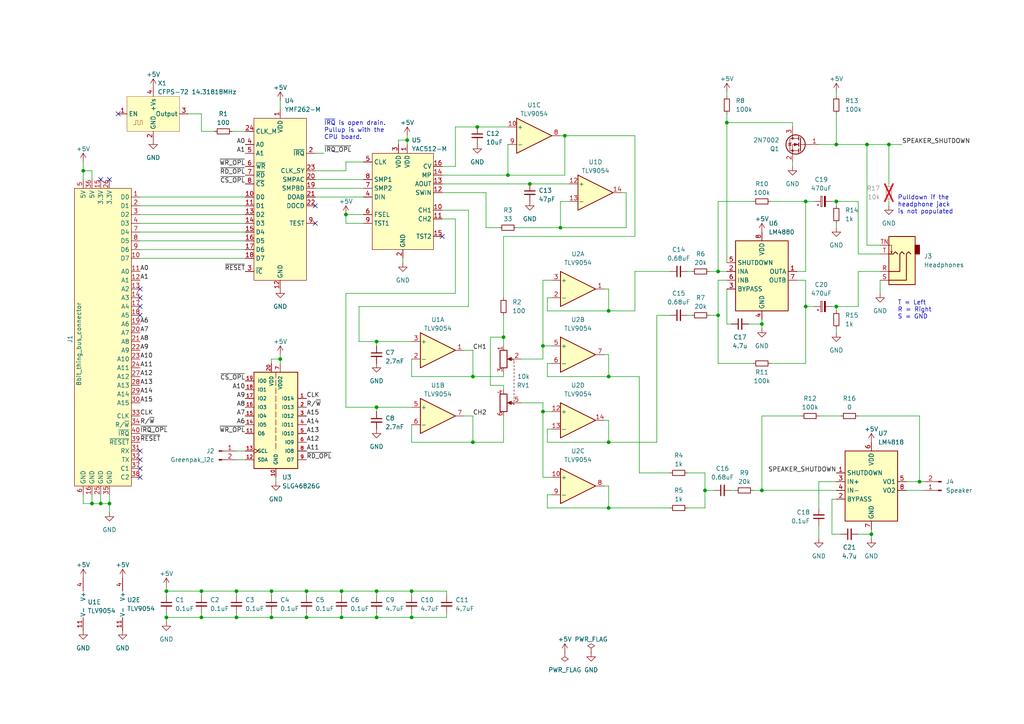
<source format=kicad_sch>
(kicad_sch (version 20230121) (generator eeschema)
  (paper "A4")
  (title_block (title "OPL3 Sound") (date "2023-08-06") (rev "1.0"))
  (junction (at 68.58 171.45))
  (junction (at 137.16 109.22))
  (junction (at 220.98 93.98))
  (junction (at 251.46 41.91))
  (junction (at 119.38 179.07))
  (junction (at 24.13 49.53))
  (junction (at 31.75 146.05))
  (junction (at 147.32 50.8))
  (junction (at 68.58 179.07))
  (junction (at 176.53 128.27))
  (junction (at 176.53 90.17))
  (junction (at 48.26 171.45))
  (junction (at 163.83 39.37))
  (junction (at 48.26 179.07))
  (junction (at 257.81 41.91))
  (junction (at 233.68 58.42))
  (junction (at 210.82 35.56))
  (junction (at 137.16 128.27))
  (junction (at 81.28 104.14))
  (junction (at 109.22 179.07))
  (junction (at 242.57 58.42))
  (junction (at 233.68 88.9))
  (junction (at 109.22 118.11))
  (junction (at 58.42 171.45))
  (junction (at 162.56 66.04))
  (junction (at 78.74 171.45))
  (junction (at 99.06 179.07))
  (junction (at 266.7 139.7))
  (junction (at 204.47 142.24))
  (junction (at 157.48 119.38))
  (junction (at 176.53 147.32))
  (junction (at 109.22 99.06))
  (junction (at 220.98 142.24))
  (junction (at 146.05 97.79))
  (junction (at 88.9 171.45))
  (junction (at 29.21 146.05))
  (junction (at 78.74 179.07))
  (junction (at 208.28 91.44))
  (junction (at 242.57 88.9))
  (junction (at 252.73 154.94))
  (junction (at 208.28 78.74))
  (junction (at 242.57 41.91))
  (junction (at 88.9 179.07))
  (junction (at 138.43 36.83))
  (junction (at 26.67 146.05))
  (junction (at 99.06 171.45))
  (junction (at 176.53 109.22))
  (junction (at 153.67 53.34))
  (junction (at 119.38 171.45))
  (junction (at 100.33 62.23))
  (junction (at 58.42 179.07))
  (junction (at 118.11 40.64))
  (junction (at 157.48 100.33))
  (junction (at 109.22 171.45))
  (no_connect (at 40.64 133.35))
  (no_connect (at 40.64 138.43))
  (no_connect (at 128.27 68.58))
  (no_connect (at 40.64 88.9))
  (no_connect (at 29.21 52.07))
  (no_connect (at 40.64 83.82))
  (no_connect (at 91.44 64.77))
  (no_connect (at 40.64 91.44))
  (no_connect (at 40.64 135.89))
  (no_connect (at 40.64 130.81))
  (no_connect (at 34.29 33.02))
  (no_connect (at 40.64 86.36))
  (no_connect (at 31.75 52.07))
  (no_connect (at 91.44 59.69))
  (wire (pts (xy 242.57 96.52) (xy 242.57 95.25)))
  (wire (pts (xy 208.28 58.42) (xy 218.44 58.42)))
  (wire (pts (xy 176.53 109.22) (xy 185.42 109.22)))
  (wire (pts (xy 255.27 85.09) (xy 255.27 81.28)))
  (wire (pts (xy 109.22 119.38) (xy 109.22 118.11)))
  (wire (pts (xy 162.56 58.42) (xy 165.1 58.42)))
  (wire (pts (xy 58.42 177.8) (xy 58.42 179.07)))
  (wire (pts (xy 199.39 137.16) (xy 204.47 137.16)))
  (wire (pts (xy 241.3 88.9) (xy 242.57 88.9)))
  (wire (pts (xy 242.57 66.04) (xy 242.57 64.77)))
  (wire (pts (xy 158.75 143.51) (xy 158.75 147.32)))
  (wire (pts (xy 176.53 121.92) (xy 176.53 128.27)))
  (wire (pts (xy 185.42 109.22) (xy 185.42 137.16)))
  (wire (pts (xy 160.02 143.51) (xy 158.75 143.51)))
  (wire (pts (xy 31.75 148.59) (xy 31.75 146.05)))
  (wire (pts (xy 138.43 36.83) (xy 147.32 36.83)))
  (wire (pts (xy 134.62 120.65) (xy 137.16 120.65)))
  (wire (pts (xy 248.92 78.74) (xy 255.27 78.74)))
  (wire (pts (xy 40.64 62.23) (xy 71.12 62.23)))
  (wire (pts (xy 242.57 88.9) (xy 248.92 88.9)))
  (wire (pts (xy 251.46 41.91) (xy 251.46 71.12)))
  (wire (pts (xy 40.64 64.77) (xy 71.12 64.77)))
  (wire (pts (xy 151.13 104.14) (xy 157.48 104.14)))
  (wire (pts (xy 210.82 33.02) (xy 210.82 35.56)))
  (wire (pts (xy 160.02 124.46) (xy 158.75 124.46)))
  (wire (pts (xy 48.26 170.18) (xy 48.26 171.45)))
  (wire (pts (xy 158.75 124.46) (xy 158.75 128.27)))
  (wire (pts (xy 208.28 78.74) (xy 210.82 78.74)))
  (wire (pts (xy 266.7 139.7) (xy 267.97 139.7)))
  (wire (pts (xy 104.14 88.9) (xy 104.14 99.06)))
  (wire (pts (xy 237.49 120.65) (xy 243.84 120.65)))
  (wire (pts (xy 233.68 88.9) (xy 236.22 88.9)))
  (wire (pts (xy 158.75 86.36) (xy 160.02 86.36)))
  (wire (pts (xy 157.48 100.33) (xy 160.02 100.33)))
  (wire (pts (xy 91.44 57.15) (xy 105.41 57.15)))
  (wire (pts (xy 176.53 102.87) (xy 175.26 102.87)))
  (wire (pts (xy 146.05 109.22) (xy 137.16 109.22)))
  (wire (pts (xy 252.73 154.94) (xy 252.73 153.67)))
  (wire (pts (xy 100.33 62.23) (xy 105.41 62.23)))
  (wire (pts (xy 132.08 36.83) (xy 138.43 36.83)))
  (wire (pts (xy 48.26 171.45) (xy 58.42 171.45)))
  (wire (pts (xy 208.28 105.41) (xy 218.44 105.41)))
  (wire (pts (xy 210.82 26.67) (xy 210.82 27.94)))
  (wire (pts (xy 184.15 78.74) (xy 194.31 78.74)))
  (wire (pts (xy 251.46 41.91) (xy 257.81 41.91)))
  (wire (pts (xy 248.92 73.66) (xy 255.27 73.66)))
  (wire (pts (xy 181.61 55.88) (xy 180.34 55.88)))
  (wire (pts (xy 135.89 60.96) (xy 135.89 88.9)))
  (wire (pts (xy 26.67 143.51) (xy 26.67 146.05)))
  (wire (pts (xy 118.11 40.64) (xy 118.11 41.91)))
  (wire (pts (xy 48.26 171.45) (xy 48.26 172.72)))
  (wire (pts (xy 81.28 104.14) (xy 81.28 105.41)))
  (wire (pts (xy 248.92 88.9) (xy 248.92 78.74)))
  (wire (pts (xy 241.3 144.78) (xy 242.57 144.78)))
  (wire (pts (xy 242.57 59.69) (xy 242.57 58.42)))
  (wire (pts (xy 137.16 120.65) (xy 137.16 128.27)))
  (wire (pts (xy 91.44 44.45) (xy 93.98 44.45)))
  (wire (pts (xy 99.06 172.72) (xy 99.06 171.45)))
  (wire (pts (xy 137.16 128.27) (xy 146.05 128.27)))
  (wire (pts (xy 68.58 130.81) (xy 71.12 130.81)))
  (wire (pts (xy 26.67 52.07) (xy 26.67 49.53)))
  (wire (pts (xy 163.83 39.37) (xy 162.56 39.37)))
  (wire (pts (xy 58.42 179.07) (xy 68.58 179.07)))
  (wire (pts (xy 160.02 138.43) (xy 157.48 138.43)))
  (wire (pts (xy 68.58 177.8) (xy 68.58 179.07)))
  (wire (pts (xy 176.53 83.82) (xy 175.26 83.82)))
  (wire (pts (xy 257.81 41.91) (xy 261.62 41.91)))
  (wire (pts (xy 147.32 50.8) (xy 163.83 50.8)))
  (wire (pts (xy 158.75 147.32) (xy 176.53 147.32)))
  (wire (pts (xy 204.47 142.24) (xy 207.01 142.24)))
  (wire (pts (xy 128.27 48.26) (xy 132.08 48.26)))
  (wire (pts (xy 78.74 179.07) (xy 88.9 179.07)))
  (wire (pts (xy 119.38 171.45) (xy 119.38 172.72)))
  (wire (pts (xy 78.74 104.14) (xy 78.74 105.41)))
  (wire (pts (xy 157.48 119.38) (xy 160.02 119.38)))
  (wire (pts (xy 242.57 41.91) (xy 237.49 41.91)))
  (wire (pts (xy 99.06 171.45) (xy 109.22 171.45)))
  (wire (pts (xy 67.31 38.1) (xy 71.12 38.1)))
  (wire (pts (xy 40.64 72.39) (xy 71.12 72.39)))
  (wire (pts (xy 115.57 41.91) (xy 115.57 40.64)))
  (wire (pts (xy 81.28 104.14) (xy 78.74 104.14)))
  (wire (pts (xy 185.42 137.16) (xy 194.31 137.16)))
  (wire (pts (xy 132.08 85.09) (xy 100.33 85.09)))
  (wire (pts (xy 181.61 66.04) (xy 162.56 66.04)))
  (wire (pts (xy 109.22 99.06) (xy 119.38 99.06)))
  (wire (pts (xy 252.73 154.94) (xy 248.92 154.94)))
  (wire (pts (xy 229.87 35.56) (xy 229.87 36.83)))
  (wire (pts (xy 40.64 59.69) (xy 71.12 59.69)))
  (wire (pts (xy 146.05 100.33) (xy 146.05 97.79)))
  (wire (pts (xy 157.48 81.28) (xy 157.48 100.33)))
  (wire (pts (xy 184.15 39.37) (xy 184.15 68.58)))
  (wire (pts (xy 119.38 177.8) (xy 119.38 179.07)))
  (wire (pts (xy 99.06 177.8) (xy 99.06 179.07)))
  (wire (pts (xy 242.57 90.17) (xy 242.57 88.9)))
  (wire (pts (xy 223.52 105.41) (xy 233.68 105.41)))
  (wire (pts (xy 137.16 101.6) (xy 137.16 109.22)))
  (wire (pts (xy 241.3 154.94) (xy 241.3 144.78)))
  (wire (pts (xy 116.84 76.2) (xy 116.84 74.93)))
  (wire (pts (xy 176.53 128.27) (xy 190.5 128.27)))
  (wire (pts (xy 88.9 179.07) (xy 88.9 177.8)))
  (wire (pts (xy 24.13 46.99) (xy 24.13 49.53)))
  (wire (pts (xy 100.33 46.99) (xy 105.41 46.99)))
  (wire (pts (xy 129.54 171.45) (xy 129.54 172.72)))
  (wire (pts (xy 109.22 171.45) (xy 119.38 171.45)))
  (wire (pts (xy 176.53 147.32) (xy 194.31 147.32)))
  (wire (pts (xy 212.09 142.24) (xy 213.36 142.24)))
  (wire (pts (xy 257.81 41.91) (xy 257.81 53.34)))
  (wire (pts (xy 210.82 81.28) (xy 208.28 81.28)))
  (wire (pts (xy 220.98 93.98) (xy 220.98 92.71)))
  (wire (pts (xy 220.98 95.25) (xy 220.98 93.98)))
  (wire (pts (xy 81.28 29.21) (xy 81.28 31.75)))
  (wire (pts (xy 129.54 177.8) (xy 129.54 179.07)))
  (wire (pts (xy 104.14 99.06) (xy 109.22 99.06)))
  (wire (pts (xy 40.64 67.31) (xy 71.12 67.31)))
  (wire (pts (xy 146.05 111.76) (xy 146.05 113.03)))
  (wire (pts (xy 26.67 49.53) (xy 24.13 49.53)))
  (wire (pts (xy 134.62 101.6) (xy 137.16 101.6)))
  (wire (pts (xy 132.08 63.5) (xy 132.08 85.09)))
  (wire (pts (xy 128.27 63.5) (xy 132.08 63.5)))
  (wire (pts (xy 142.24 97.79) (xy 142.24 111.76)))
  (wire (pts (xy 40.64 57.15) (xy 71.12 57.15)))
  (wire (pts (xy 119.38 171.45) (xy 129.54 171.45)))
  (wire (pts (xy 199.39 147.32) (xy 204.47 147.32)))
  (wire (pts (xy 208.28 91.44) (xy 208.28 105.41)))
  (wire (pts (xy 147.32 41.91) (xy 147.32 50.8)))
  (wire (pts (xy 157.48 100.33) (xy 157.48 104.14)))
  (wire (pts (xy 100.33 46.99) (xy 100.33 49.53)))
  (wire (pts (xy 140.97 66.04) (xy 140.97 55.88)))
  (wire (pts (xy 223.52 58.42) (xy 233.68 58.42)))
  (wire (pts (xy 100.33 85.09) (xy 100.33 118.11)))
  (wire (pts (xy 184.15 90.17) (xy 184.15 78.74)))
  (wire (pts (xy 31.75 146.05) (xy 29.21 146.05)))
  (wire (pts (xy 115.57 40.64) (xy 118.11 40.64)))
  (wire (pts (xy 163.83 39.37) (xy 184.15 39.37)))
  (wire (pts (xy 233.68 78.74) (xy 231.14 78.74)))
  (wire (pts (xy 266.7 139.7) (xy 262.89 139.7)))
  (wire (pts (xy 158.75 90.17) (xy 176.53 90.17)))
  (wire (pts (xy 158.75 109.22) (xy 176.53 109.22)))
  (wire (pts (xy 26.67 146.05) (xy 24.13 146.05)))
  (wire (pts (xy 146.05 68.58) (xy 146.05 86.36)))
  (wire (pts (xy 88.9 171.45) (xy 88.9 172.72)))
  (wire (pts (xy 153.67 53.34) (xy 165.1 53.34)))
  (wire (pts (xy 220.98 142.24) (xy 220.98 120.65)))
  (wire (pts (xy 100.33 62.23) (xy 100.33 64.77)))
  (wire (pts (xy 40.64 74.93) (xy 71.12 74.93)))
  (wire (pts (xy 24.13 143.51) (xy 24.13 146.05)))
  (wire (pts (xy 181.61 55.88) (xy 181.61 66.04)))
  (wire (pts (xy 119.38 109.22) (xy 137.16 109.22)))
  (wire (pts (xy 210.82 35.56) (xy 229.87 35.56)))
  (wire (pts (xy 243.84 154.94) (xy 241.3 154.94)))
  (wire (pts (xy 220.98 120.65) (xy 232.41 120.65)))
  (wire (pts (xy 176.53 90.17) (xy 184.15 90.17)))
  (wire (pts (xy 242.57 33.02) (xy 242.57 41.91)))
  (wire (pts (xy 140.97 55.88) (xy 128.27 55.88)))
  (wire (pts (xy 233.68 58.42) (xy 233.68 78.74)))
  (wire (pts (xy 266.7 120.65) (xy 266.7 139.7)))
  (wire (pts (xy 205.74 78.74) (xy 208.28 78.74)))
  (wire (pts (xy 68.58 179.07) (xy 78.74 179.07)))
  (wire (pts (xy 78.74 171.45) (xy 88.9 171.45)))
  (wire (pts (xy 78.74 177.8) (xy 78.74 179.07)))
  (wire (pts (xy 146.05 109.22) (xy 146.05 107.95)))
  (wire (pts (xy 158.75 86.36) (xy 158.75 90.17)))
  (wire (pts (xy 118.11 39.37) (xy 118.11 40.64)))
  (wire (pts (xy 135.89 60.96) (xy 128.27 60.96)))
  (wire (pts (xy 29.21 146.05) (xy 26.67 146.05)))
  (wire (pts (xy 176.53 109.22) (xy 176.53 102.87)))
  (wire (pts (xy 40.64 69.85) (xy 71.12 69.85)))
  (wire (pts (xy 242.57 41.91) (xy 251.46 41.91)))
  (wire (pts (xy 248.92 120.65) (xy 266.7 120.65)))
  (wire (pts (xy 257.81 58.42) (xy 257.81 59.69)))
  (wire (pts (xy 248.92 58.42) (xy 248.92 73.66)))
  (wire (pts (xy 142.24 111.76) (xy 146.05 111.76)))
  (wire (pts (xy 242.57 139.7) (xy 237.49 139.7)))
  (wire (pts (xy 190.5 128.27) (xy 190.5 91.44)))
  (wire (pts (xy 241.3 58.42) (xy 242.57 58.42)))
  (wire (pts (xy 199.39 78.74) (xy 200.66 78.74)))
  (wire (pts (xy 99.06 179.07) (xy 109.22 179.07)))
  (wire (pts (xy 58.42 171.45) (xy 68.58 171.45)))
  (wire (pts (xy 146.05 91.44) (xy 146.05 97.79)))
  (wire (pts (xy 109.22 179.07) (xy 119.38 179.07)))
  (wire (pts (xy 252.73 156.21) (xy 252.73 154.94)))
  (wire (pts (xy 218.44 142.24) (xy 220.98 142.24)))
  (wire (pts (xy 128.27 53.34) (xy 153.67 53.34)))
  (wire (pts (xy 163.83 50.8) (xy 163.83 39.37)))
  (wire (pts (xy 29.21 143.51) (xy 29.21 146.05)))
  (wire (pts (xy 162.56 66.04) (xy 162.56 58.42)))
  (wire (pts (xy 140.97 66.04) (xy 144.78 66.04)))
  (wire (pts (xy 212.09 93.98) (xy 210.82 93.98)))
  (wire (pts (xy 68.58 172.72) (xy 68.58 171.45)))
  (wire (pts (xy 146.05 128.27) (xy 146.05 120.65)))
  (wire (pts (xy 100.33 118.11) (xy 109.22 118.11)))
  (wire (pts (xy 119.38 104.14) (xy 119.38 109.22)))
  (wire (pts (xy 119.38 128.27) (xy 137.16 128.27)))
  (wire (pts (xy 251.46 71.12) (xy 255.27 71.12)))
  (wire (pts (xy 176.53 140.97) (xy 175.26 140.97)))
  (wire (pts (xy 233.68 105.41) (xy 233.68 88.9)))
  (wire (pts (xy 88.9 171.45) (xy 99.06 171.45)))
  (wire (pts (xy 220.98 142.24) (xy 242.57 142.24)))
  (wire (pts (xy 31.75 143.51) (xy 31.75 146.05)))
  (wire (pts (xy 91.44 52.07) (xy 105.41 52.07)))
  (wire (pts (xy 237.49 156.21) (xy 237.49 152.4)))
  (wire (pts (xy 204.47 142.24) (xy 204.47 147.32)))
  (wire (pts (xy 80.01 139.7) (xy 80.01 138.43)))
  (wire (pts (xy 184.15 68.58) (xy 146.05 68.58)))
  (wire (pts (xy 262.89 142.24) (xy 267.97 142.24)))
  (wire (pts (xy 151.13 116.84) (xy 157.48 116.84)))
  (wire (pts (xy 48.26 179.07) (xy 48.26 180.34)))
  (wire (pts (xy 109.22 118.11) (xy 119.38 118.11)))
  (wire (pts (xy 24.13 49.53) (xy 24.13 52.07)))
  (wire (pts (xy 158.75 128.27) (xy 176.53 128.27)))
  (wire (pts (xy 199.39 91.44) (xy 200.66 91.44)))
  (wire (pts (xy 149.86 66.04) (xy 162.56 66.04)))
  (wire (pts (xy 91.44 49.53) (xy 100.33 49.53)))
  (wire (pts (xy 210.82 93.98) (xy 210.82 83.82)))
  (wire (pts (xy 68.58 171.45) (xy 78.74 171.45)))
  (wire (pts (xy 204.47 137.16) (xy 204.47 142.24)))
  (wire (pts (xy 158.75 105.41) (xy 160.02 105.41)))
  (wire (pts (xy 208.28 58.42) (xy 208.28 78.74)))
  (wire (pts (xy 190.5 91.44) (xy 194.31 91.44)))
  (wire (pts (xy 62.23 38.1) (xy 58.42 38.1)))
  (wire (pts (xy 176.53 90.17) (xy 176.53 83.82)))
  (wire (pts (xy 58.42 33.02) (xy 54.61 33.02)))
  (wire (pts (xy 157.48 116.84) (xy 157.48 119.38)))
  (wire (pts (xy 229.87 46.99) (xy 229.87 48.26)))
  (wire (pts (xy 233.68 88.9) (xy 233.68 81.28)))
  (wire (pts (xy 109.22 172.72) (xy 109.22 171.45)))
  (wire (pts (xy 160.02 81.28) (xy 157.48 81.28)))
  (wire (pts (xy 157.48 138.43) (xy 157.48 119.38)))
  (wire (pts (xy 48.26 179.07) (xy 58.42 179.07)))
  (wire (pts (xy 237.49 139.7) (xy 237.49 147.32)))
  (wire (pts (xy 158.75 105.41) (xy 158.75 109.22)))
  (wire (pts (xy 135.89 88.9) (xy 104.14 88.9)))
  (wire (pts (xy 210.82 35.56) (xy 210.82 76.2)))
  (wire (pts (xy 48.26 179.07) (xy 48.26 177.8)))
  (wire (pts (xy 105.41 64.77) (xy 100.33 64.77)))
  (wire (pts (xy 119.38 123.19) (xy 119.38 128.27)))
  (wire (pts (xy 91.44 54.61) (xy 105.41 54.61)))
  (wire (pts (xy 233.68 58.42) (xy 236.22 58.42)))
  (wire (pts (xy 109.22 100.33) (xy 109.22 99.06)))
  (wire (pts (xy 128.27 50.8) (xy 147.32 50.8)))
  (wire (pts (xy 208.28 91.44) (xy 205.74 91.44)))
  (wire (pts (xy 176.53 121.92) (xy 175.26 121.92)))
  (wire (pts (xy 208.28 81.28) (xy 208.28 91.44)))
  (wire (pts (xy 242.57 58.42) (xy 248.92 58.42)))
  (wire (pts (xy 233.68 81.28) (xy 231.14 81.28)))
  (wire (pts (xy 78.74 172.72) (xy 78.74 171.45)))
  (wire (pts (xy 88.9 179.07) (xy 99.06 179.07)))
  (wire (pts (xy 81.28 102.87) (xy 81.28 104.14)))
  (wire (pts (xy 109.22 177.8) (xy 109.22 179.07)))
  (wire (pts (xy 176.53 147.32) (xy 176.53 140.97)))
  (wire (pts (xy 132.08 48.26) (xy 132.08 36.83)))
  (wire (pts (xy 142.24 97.79) (xy 146.05 97.79)))
  (wire (pts (xy 58.42 172.72) (xy 58.42 171.45)))
  (wire (pts (xy 242.57 26.67) (xy 242.57 27.94)))
  (wire (pts (xy 220.98 93.98) (xy 217.17 93.98)))
  (wire (pts (xy 58.42 38.1) (xy 58.42 33.02)))
  (wire (pts (xy 119.38 179.07) (xy 129.54 179.07)))
  (wire (pts (xy 68.58 133.35) (xy 71.12 133.35)))
  (text "Pulldown if the\nheadphone jack\nis not populated" (at 260.35 62.23 0) (effects (font (size 1.27 1.27)) (justify left bottom)))
  (text "~{IRQ} is open drain.\nPullup is with the\nCPU board." (at 93.98 40.64 0) (effects (font (size 1.27 1.27)) (justify left bottom)))
  (text "T = Left\nR = Right\nS = GND" (at 260.35 92.71 0) (effects (font (size 1.27 1.27)) (justify left bottom)))
  (label "A8" (at 71.12 118.11 180))
  (label "A7" (at 40.64 96.52 0))
  (label "~{IRQ_OPL}" (at 40.64 125.73 0))
  (label "A8" (at 40.64 99.06 0))
  (label "~{WR_OPL}" (at 71.12 125.73 180))
  (label "~{RD_OPL}" (at 71.12 50.8 180))
  (label "A11" (at 88.9 130.81 0))
  (label "~{RD_OPL}" (at 88.9 133.35 0))
  (label "A0" (at 40.64 78.74 0))
  (label "CLK" (at 40.64 120.65 0))
  (label "SPEAKER_SHUTDOWN" (at 242.57 137.16 180))
  (label "R{slash}~{W}" (at 40.64 123.19 0))
  (label "A9" (at 71.12 115.57 180))
  (label "A13" (at 88.9 125.73 0))
  (label "~{WR_OPL}" (at 71.12 48.26 180))
  (label "A6" (at 71.12 123.19 180))
  (label "A1" (at 71.12 44.45 180))
  (label "A7" (at 71.12 120.65 180))
  (label "A1" (at 40.64 81.28 0))
  (label "A10" (at 40.64 104.14 0))
  (label "A14" (at 88.9 123.19 0))
  (label "A9" (at 40.64 101.6 0))
  (label "A10" (at 71.12 113.03 180))
  (label "~{CS_OPL}" (at 71.12 53.34 180))
  (label "CLK" (at 88.9 115.57 0))
  (label "~{IRQ_OPL}" (at 93.98 44.45 0))
  (label "A0" (at 71.12 41.91 180))
  (label "SPEAKER_SHUTDOWN" (at 261.62 41.91 0))
  (label "A12" (at 40.64 109.22 0))
  (label "~{RESET}" (at 40.64 128.27 0))
  (label "~{RESET}" (at 71.12 78.74 180))
  (label "A14" (at 40.64 114.3 0))
  (label "A15" (at 88.9 120.65 0))
  (label "~{CS_OPL}" (at 71.12 110.49 180))
  (label "A15" (at 40.64 116.84 0))
  (label "A6" (at 40.64 93.98 0))
  (label "CH2" (at 137.16 120.65 0))
  (label "CH1" (at 137.16 101.6 0))
  (label "A13" (at 40.64 111.76 0))
  (label "R{slash}~{W}" (at 88.9 118.11 0))
  (label "A12" (at 88.9 128.27 0))
  (label "A11" (at 40.64 106.68 0))
  (symbol (lib_id "power:+5V") (at 44.45 25.4 0) (unit 1)
    (property "Reference" "#PWR07" (effects hide))
    (property "Value" "+5V" (at 44.45 21.59 0))
  )
  (symbol (lib_id "power:PWR_FLAG") (at 163.83 189.23 0) (mirror x) (unit 1)
    (property "Reference" "#FLG01" (effects hide))
    (property "Value" "PWR_FLAG" (at 163.83 194.31 0))
  )
  (symbol (lib_id "power:GND") (at 229.87 48.26 0) (unit 1)
    (property "Reference" "#PWR027" (effects hide))
    (property "Value" "GND" (at 229.87 53.34 0))
  )
  (symbol (lib_id "power:+5V") (at 24.13 46.99 0) (mirror y) (unit 1)
    (property "Reference" "#PWR01" (effects hide))
    (property "Value" "+5V" (at 24.13 43.18 0))
  )
  (symbol (lib_id "power:GND") (at 109.22 105.41 0) (unit 1)
    (property "Reference" "#PWR016" (effects hide))
    (property "Value" "GND" (at 109.22 110.49 0))
  )
  (symbol (lib_id "Connector:Conn_01x02_Pin") (at 63.5 130.81 0) (unit 1)
    (property "Reference" "J2" (at 62.23 130.81 0) (effects (justify right)))
    (property "Value" "Greenpak_i2c" (at 62.23 133.35 0) (effects (justify right)))
    (property "Footprint" "own_footprints:PinHeader_1x02_P2.54mm_Vertical_minimal" (effects hide))
  )
  (symbol (lib_id "power:+5V") (at 48.26 170.18 0) (unit 1)
    (property "Reference" "#PWR09" (effects hide))
    (property "Value" "+5V" (at 48.26 166.37 0))
  )
  (symbol (lib_id "Amplifier_Operational:TL074") (at 26.67 175.26 0) (unit 5)
    (property "Reference" "U1" (at 25.4 174.625 0) (effects (justify left)))
    (property "Value" "TLV9054" (at 25.4 177.165 0) (effects (justify left)))
    (property "Footprint" "Package_SO:SOIC-14_3.9x8.7mm_P1.27mm" (effects hide))
  )
  (symbol (lib_id "power:GND") (at 257.81 59.69 0) (unit 1)
    (property "Reference" "#PWR035" (effects hide))
    (property "Value" "GND" (at 257.81 64.77 0))
  )
  (symbol (lib_id "Amplifier_Operational:TL074") (at 167.64 102.87 0) (unit 2)
    (property "Reference" "U2" (at 167.64 92.71 0))
    (property "Value" "TLV9054" (at 167.64 95.25 0))
    (property "Footprint" "Package_SO:SOIC-14_3.9x8.7mm_P1.27mm" (effects hide))
  )
  (symbol (lib_id "Amplifier_Operational:TL074") (at 154.94 39.37 0) (unit 3)
    (property "Reference" "U1" (at 154.94 30.48 0))
    (property "Value" "TLV9054" (at 154.94 33.02 0))
    (property "Footprint" "Package_SO:SOIC-14_3.9x8.7mm_P1.27mm" (effects hide))
  )
  (symbol (lib_id "Device:C_Small") (at 109.22 102.87 0) (unit 1)
    (property "Reference" "C7" (at 111.76 102.2413 0) (effects (justify left)))
    (property "Value" "2.7nF" (at 111.76 104.7813 0) (effects (justify left)))
    (property "Footprint" "Capacitor_SMD:C_0805_2012Metric_Pad1.18x1.45mm_HandSolder" (effects hide))
  )
  (symbol (lib_id "Amplifier_Operational:TL074") (at 167.64 140.97 0) (unit 3)
    (property "Reference" "U2" (at 167.64 130.81 0))
    (property "Value" "TLV9054" (at 167.64 133.35 0))
    (property "Footprint" "Package_SO:SOIC-14_3.9x8.7mm_P1.27mm" (effects hide))
  )
  (symbol (lib_id "Device:C_Polarized_Small") (at 238.76 58.42 90) (unit 1)
    (property "Reference" "C19" (at 238.2139 52.07 90))
    (property "Value" "470uF" (at 238.2139 54.61 90))
    (property "Footprint" "Capacitor_THT:CP_Radial_D8.0mm_P3.50mm" (effects hide))
  )
  (symbol (lib_id "power:+5V") (at 163.83 189.23 0) (mirror y) (unit 1)
    (property "Reference" "#PWR022" (effects hide))
    (property "Value" "+5V" (at 163.83 185.42 0))
  )
  (symbol (lib_id "Amplifier_Operational:TL074") (at 167.64 121.92 0) (unit 4)
    (property "Reference" "U2" (at 167.64 111.76 0))
    (property "Value" "TLV9054" (at 167.64 114.3 0))
    (property "Footprint" "Package_SO:SOIC-14_3.9x8.7mm_P1.27mm" (effects hide))
  )
  (symbol (lib_id "power:+5V") (at 210.82 26.67 0) (unit 1)
    (property "Reference" "#PWR024" (effects hide))
    (property "Value" "+5V" (at 210.82 22.86 0))
  )
  (symbol (lib_id "power:GND") (at 24.13 182.88 0) (unit 1)
    (property "Reference" "#PWR03" (effects hide))
    (property "Value" "GND" (at 24.13 187.96 0))
  )
  (symbol (lib_id "Device:C_Small") (at 99.06 175.26 0) (unit 1)
    (property "Reference" "C6" (at 101.6 173.9963 0) (effects (justify left)))
    (property "Value" "0.1uF" (at 101.6 176.5363 0) (effects (justify left)))
    (property "Footprint" "Capacitor_SMD:C_0805_2012Metric_Pad1.18x1.45mm_HandSolder" (effects hide))
  )
  (symbol (lib_id "Device:R_Small") (at 257.81 55.88 0) (unit 1) (in_bom no) (dnp yes)
    (property "Reference" "R17" (at 255.27 54.61 0) (effects (justify right)))
    (property "Value" "10k" (at 255.27 57.15 0) (effects (justify right)))
    (property "Footprint" "Resistor_SMD:R_0805_2012Metric_Pad1.20x1.40mm_HandSolder" (effects hide))
  )
  (symbol (lib_id "Device:C_Small") (at 214.63 93.98 90) (unit 1)
    (property "Reference" "C17" (at 214.63 97.79 90))
    (property "Value" "4.7u" (at 214.63 100.33 90))
    (property "Footprint" "Capacitor_SMD:C_0805_2012Metric_Pad1.18x1.45mm_HandSolder" (effects hide))
  )
  (symbol (lib_id "Device:R_Small") (at 242.57 92.71 180) (unit 1)
    (property "Reference" "R15" (at 245.11 91.44 0) (effects (justify right)))
    (property "Value" "1k" (at 245.11 93.98 0) (effects (justify right)))
    (property "Footprint" "Resistor_SMD:R_0805_2012Metric_Pad1.20x1.40mm_HandSolder" (effects hide))
  )
  (symbol (lib_id "Device:C_Small") (at 109.22 121.92 0) (unit 1)
    (property "Reference" "C8" (at 111.76 121.2913 0) (effects (justify left)))
    (property "Value" "2.7nF" (at 111.76 123.8313 0) (effects (justify left)))
    (property "Footprint" "Capacitor_SMD:C_0805_2012Metric_Pad1.18x1.45mm_HandSolder" (effects hide))
  )
  (symbol (lib_id "Device:R_Small") (at 196.85 137.16 90) (unit 1)
    (property "Reference" "R4" (at 196.85 132.08 90))
    (property "Value" "1k" (at 196.85 134.62 90))
    (property "Footprint" "Resistor_SMD:R_0805_2012Metric_Pad1.20x1.40mm_HandSolder" (effects hide))
  )
  (symbol (lib_id "Device:C_Small") (at 246.38 154.94 90) (unit 1)
    (property "Reference" "C21" (at 246.38 158.75 90))
    (property "Value" "4.7u" (at 246.38 161.29 90))
    (property "Footprint" "Capacitor_SMD:C_0805_2012Metric_Pad1.18x1.45mm_HandSolder" (effects hide))
  )
  (symbol (lib_id "power:GND") (at 171.45 189.23 0) (unit 1)
    (property "Reference" "#PWR023" (effects hide))
    (property "Value" "GND" (at 171.45 194.31 0))
  )
  (symbol (lib_id "Device:R_Small") (at 242.57 30.48 180) (unit 1)
    (property "Reference" "R13" (at 245.11 29.21 0) (effects (justify right)))
    (property "Value" "100k" (at 245.11 31.75 0) (effects (justify right)))
    (property "Footprint" "Resistor_SMD:R_0805_2012Metric_Pad1.20x1.40mm_HandSolder" (effects hide))
  )
  (symbol (lib_id "power:GND") (at 116.84 76.2 0) (unit 1)
    (property "Reference" "#PWR018" (effects hide))
    (property "Value" "GND" (at 116.84 81.28 0))
  )
  (symbol (lib_id "power:GND") (at 48.26 180.34 0) (unit 1)
    (property "Reference" "#PWR010" (effects hide))
    (property "Value" "GND" (at 48.26 185.42 0))
  )
  (symbol (lib_id "Device:C_Small") (at 209.55 142.24 90) (unit 1)
    (property "Reference" "C16" (at 209.5563 135.89 90))
    (property "Value" "0.68uF" (at 209.5563 138.43 90))
    (property "Footprint" "Capacitor_THT:C_Rect_L7.2mm_W4.5mm_P5.00mm_FKS2_FKP2_MKS2_MKP2" (effects hide))
  )
  (symbol (lib_id "power:+5V") (at 118.11 39.37 0) (unit 1)
    (property "Reference" "#PWR019" (effects hide))
    (property "Value" "+5V" (at 118.11 35.56 0))
  )
  (symbol (lib_id "Device:R_Small") (at 234.95 120.65 270) (unit 1)
    (property "Reference" "R12" (at 234.95 115.57 90))
    (property "Value" "100k" (at 234.95 118.11 90))
    (property "Footprint" "Resistor_SMD:R_0805_2012Metric_Pad1.20x1.40mm_HandSolder" (effects hide))
  )
  (symbol (lib_id "Amplifier_Operational:TL074") (at 167.64 83.82 0) (unit 1)
    (property "Reference" "U2" (at 167.64 73.66 0))
    (property "Value" "TLV9054" (at 167.64 76.2 0))
    (property "Footprint" "Package_SO:SOIC-14_3.9x8.7mm_P1.27mm" (effects hide))
  )
  (symbol (lib_id "Device:R_Small") (at 203.2 91.44 90) (unit 1)
    (property "Reference" "R7" (at 203.2 86.36 90))
    (property "Value" "20k" (at 203.2 88.9 90))
    (property "Footprint" "Resistor_SMD:R_0805_2012Metric_Pad1.20x1.40mm_HandSolder" (effects hide))
  )
  (symbol (lib_id "Transistor_FET:2N7002") (at 232.41 41.91 0) (mirror y) (unit 1)
    (property "Reference" "Q1" (at 226.06 43.18 0) (effects (justify left)))
    (property "Value" "2N7002" (at 226.06 40.64 0) (effects (justify left)))
    (property "Footprint" "Package_TO_SOT_SMD:SOT-23_Handsoldering" (effects hide))
    (property "Datasheet" "https://www.onsemi.com/pub/Collateral/NDS7002A-D.PDF" (effects hide))
  )
  (symbol (lib_id "power:GND") (at 31.75 148.59 0) (mirror y) (unit 1)
    (property "Reference" "#PWR04" (effects hide))
    (property "Value" "GND" (at 31.75 153.67 0))
  )
  (symbol (lib_id "Device:R_Potentiometer_Dual") (at 148.59 110.49 270) (unit 1)
    (property "Reference" "RV1" (at 153.67 111.76 90) (effects (justify right)))
    (property "Value" "10k" (at 153.67 109.22 90) (effects (justify right)))
    (property "Footprint" "imported_footprints:PTD9022015KA104" (effects hide))
  )
  (symbol (lib_id "Device:C_Polarized_Small") (at 238.76 88.9 90) (unit 1)
    (property "Reference" "C20" (at 238.2139 82.55 90))
    (property "Value" "470uF" (at 238.2139 85.09 90))
    (property "Footprint" "Capacitor_THT:CP_Radial_D8.0mm_P3.50mm" (effects hide))
  )
  (symbol (lib_id "power:+5V") (at 81.28 102.87 0) (mirror y) (unit 1)
    (property "Reference" "#PWR014" (effects hide))
    (property "Value" "+5V" (at 81.28 99.06 0))
  )
  (symbol (lib_id "Device:C_Small") (at 109.22 175.26 0) (unit 1)
    (property "Reference" "C9" (at 111.76 173.9963 0) (effects (justify left)))
    (property "Value" "4.7uF" (at 111.76 176.5363 0) (effects (justify left)))
    (property "Footprint" "Capacitor_SMD:C_0805_2012Metric_Pad1.18x1.45mm_HandSolder" (effects hide))
  )
  (symbol (lib_id "Amplifier_Operational:TL074") (at 127 120.65 0) (unit 2)
    (property "Reference" "U1" (at 127 111.76 0))
    (property "Value" "TLV9054" (at 127 114.3 0))
    (property "Footprint" "Package_SO:SOIC-14_3.9x8.7mm_P1.27mm" (effects hide))
  )
  (symbol (lib_id "Amplifier_Operational:TL074") (at 127 101.6 0) (unit 1)
    (property "Reference" "U1" (at 127 92.71 0))
    (property "Value" "TLV9054" (at 127 95.25 0))
    (property "Footprint" "Package_SO:SOIC-14_3.9x8.7mm_P1.27mm" (effects hide))
  )
  (symbol (lib_id "power:GND") (at 138.43 41.91 0) (unit 1)
    (property "Reference" "#PWR020" (effects hide))
    (property "Value" "GND" (at 138.43 46.99 0))
  )
  (symbol (lib_id "Device:C_Small") (at 196.85 91.44 90) (unit 1)
    (property "Reference" "C15" (at 196.8563 85.09 90))
    (property "Value" "0.68uF" (at 196.8563 87.63 90))
    (property "Footprint" "Capacitor_THT:C_Rect_L7.2mm_W4.5mm_P5.00mm_FKS2_FKP2_MKS2_MKP2" (effects hide))
  )
  (symbol (lib_id "Device:R_Small") (at 220.98 58.42 90) (unit 1)
    (property "Reference" "R10" (at 220.98 53.34 90))
    (property "Value" "100k" (at 220.98 55.88 90))
    (property "Footprint" "Resistor_SMD:R_0805_2012Metric_Pad1.20x1.40mm_HandSolder" (effects hide))
  )
  (symbol (lib_id "imported_symbols:SLG46826G") (at 80.01 121.92 0) (unit 1)
    (property "Reference" "U3" (at 81.8389 138.43 0) (effects (justify left)))
    (property "Value" "SLG46826G" (at 81.8389 140.97 0) (effects (justify left)))
    (property "Footprint" "imported_footprints:SOP65P640X120-20N" (effects hide))
    (property "MANUFACTURER" "Dialog Semiconductor" (effects hide))
    (property "PARTREV" "3.10" (effects hide))
    (property "STANDARD" "IPC 7351B" (effects hide))
    (property "MAXIMUM_PACKAGE_HEIGHT" "1.2 mm" (effects hide))
  )
  (symbol (lib_id "own_symbols:YMF262-M") (at 81.28 54.61 0) (unit 1)
    (property "Reference" "U4" (at 82.55 29.21 0) (effects (justify left)))
    (property "Value" "YMF262-M" (at 82.55 31.75 0) (effects (justify left)))
    (property "Footprint" "own_footprints:SOP-24_8.4x15.5mm_P1.27mm" (effects hide))
  )
  (symbol (lib_id "power:GND") (at 109.22 124.46 0) (unit 1)
    (property "Reference" "#PWR017" (effects hide))
    (property "Value" "GND" (at 109.22 129.54 0))
  )
  (symbol (lib_id "power:GND") (at 80.01 139.7 0) (unit 1)
    (property "Reference" "#PWR011" (effects hide))
    (property "Value" "GND" (at 80.01 144.78 0))
  )
  (symbol (lib_id "power:GND") (at 153.67 58.42 0) (unit 1)
    (property "Reference" "#PWR021" (effects hide))
    (property "Value" "GND" (at 153.67 63.5 0))
  )
  (symbol (lib_id "power:GND") (at 255.27 85.09 0) (unit 1)
    (property "Reference" "#PWR034" (effects hide))
    (property "Value" "GND" (at 255.27 90.17 0))
  )
  (symbol (lib_id "power:+5V") (at 35.56 167.64 0) (unit 1)
    (property "Reference" "#PWR05" (effects hide))
    (property "Value" "+5V" (at 35.56 163.83 0))
  )
  (symbol (lib_id "own_symbols:LM4818") (at 252.73 140.97 0) (unit 1)
    (property "Reference" "U7" (at 254.6859 125.73 0) (effects (justify left)))
    (property "Value" "LM4818" (at 254.6859 128.27 0) (effects (justify left)))
    (property "Footprint" "Package_SO:SOIC-8_3.9x4.9mm_P1.27mm" (effects hide))
    (property "Datasheet" "https://www.ti.com/lit/ds/symlink/lm4818.pdf" (effects hide))
  )
  (symbol (lib_id "Device:C_Small") (at 48.26 175.26 0) (unit 1)
    (property "Reference" "C1" (at 50.8 173.9963 0) (effects (justify left)))
    (property "Value" "0.1uF" (at 50.8 176.5363 0) (effects (justify left)))
    (property "Footprint" "Capacitor_SMD:C_0805_2012Metric_Pad1.18x1.45mm_HandSolder" (effects hide))
  )
  (symbol (lib_id "power:GND") (at 242.57 96.52 0) (unit 1)
    (property "Reference" "#PWR031" (effects hide))
    (property "Value" "GND" (at 242.57 101.6 0))
  )
  (symbol (lib_id "Amplifier_Operational:TL074") (at 172.72 55.88 0) (unit 4)
    (property "Reference" "U1" (at 172.72 46.99 0))
    (property "Value" "TLV9054" (at 172.72 49.53 0))
    (property "Footprint" "Package_SO:SOIC-14_3.9x8.7mm_P1.27mm" (effects hide))
  )
  (symbol (lib_id "power:GND") (at 252.73 156.21 0) (unit 1)
    (property "Reference" "#PWR033" (effects hide))
    (property "Value" "GND" (at 252.73 161.29 0))
  )
  (symbol (lib_id "power:+5V") (at 24.13 167.64 0) (unit 1)
    (property "Reference" "#PWR02" (effects hide))
    (property "Value" "+5V" (at 24.13 163.83 0))
  )
  (symbol (lib_id "power:PWR_FLAG") (at 171.45 189.23 0) (unit 1)
    (property "Reference" "#FLG02" (effects hide))
    (property "Value" "PWR_FLAG" (at 171.45 185.42 0))
  )
  (symbol (lib_id "Device:R_Small") (at 196.85 147.32 90) (unit 1)
    (property "Reference" "R5" (at 196.85 142.24 90))
    (property "Value" "1k" (at 196.85 144.78 90))
    (property "Footprint" "Resistor_SMD:R_0805_2012Metric_Pad1.20x1.40mm_HandSolder" (effects hide))
  )
  (symbol (lib_id "power:+5V") (at 81.28 29.21 0) (mirror y) (unit 1)
    (property "Reference" "#PWR012" (effects hide))
    (property "Value" "+5V" (at 81.28 25.4 0))
  )
  (symbol (lib_id "power:GND") (at 237.49 156.21 0) (unit 1)
    (property "Reference" "#PWR028" (effects hide))
    (property "Value" "GND" (at 237.49 161.29 0))
  )
  (symbol (lib_id "power:+5V") (at 220.98 67.31 0) (unit 1)
    (property "Reference" "#PWR025" (effects hide))
    (property "Value" "+5V" (at 220.98 63.5 0))
  )
  (symbol (lib_id "Device:R_Small") (at 203.2 78.74 90) (unit 1)
    (property "Reference" "R6" (at 203.2 73.66 90))
    (property "Value" "20k" (at 203.2 76.2 90))
    (property "Footprint" "Resistor_SMD:R_0805_2012Metric_Pad1.20x1.40mm_HandSolder" (effects hide))
  )
  (symbol (lib_id "power:GND") (at 242.57 66.04 0) (unit 1)
    (property "Reference" "#PWR030" (effects hide))
    (property "Value" "GND" (at 242.57 71.12 0))
  )
  (symbol (lib_id "power:GND") (at 35.56 182.88 0) (unit 1)
    (property "Reference" "#PWR06" (effects hide))
    (property "Value" "GND" (at 35.56 187.96 0))
  )
  (symbol (lib_id "own_symbols:8bit_thing_bus_connector") (at 30.48 97.79 0) (unit 1)
    (property "Reference" "J1" (at 20.32 97.155 90) (effects (justify right)))
    (property "Value" "8bit_thing_bus_connector" (at 22.86 87.63 90) (effects (justify right)))
    (property "Footprint" "Connector_IDC:IDC-Header_2x20_P2.54mm_Horizontal" (effects hide))
  )
  (symbol (lib_id "own_symbols:LM4880") (at 220.98 80.01 0) (unit 1)
    (property "Reference" "U6" (at 222.9359 64.77 0) (effects (justify left)))
    (property "Value" "LM4880" (at 222.9359 67.31 0) (effects (justify left)))
    (property "Footprint" "Package_SO:SOIC-8_3.9x4.9mm_P1.27mm" (effects hide))
    (property "Datasheet" "https://www.ti.com/lit/ds/symlink/lm4880.pdf" (effects hide))
  )
  (symbol (lib_id "power:GND") (at 44.45 40.64 0) (unit 1)
    (property "Reference" "#PWR08" (effects hide))
    (property "Value" "GND" (at 44.45 45.72 0))
  )
  (symbol (lib_id "power:+5V") (at 242.57 26.67 0) (unit 1)
    (property "Reference" "#PWR029" (effects hide))
    (property "Value" "+5V" (at 242.57 22.86 0))
  )
  (symbol (lib_id "Device:C_Small") (at 88.9 175.26 0) (unit 1)
    (property "Reference" "C5" (at 91.44 173.9963 0) (effects (justify left)))
    (property "Value" "0.1uF" (at 91.44 176.5363 0) (effects (justify left)))
    (property "Footprint" "Capacitor_SMD:C_0805_2012Metric_Pad1.18x1.45mm_HandSolder" (effects hide))
  )
  (symbol (lib_id "Device:C_Small") (at 129.54 175.26 0) (unit 1)
    (property "Reference" "C11" (at 132.08 173.9963 0) (effects (justify left)))
    (property "Value" "4.7uF" (at 132.08 176.5363 0) (effects (justify left)))
    (property "Footprint" "Capacitor_SMD:C_0805_2012Metric_Pad1.18x1.45mm_HandSolder" (effects hide))
  )
  (symbol (lib_id "own_symbols:YAC512-M") (at 116.84 58.42 0) (unit 1)
    (property "Reference" "U5" (at 119.38 40.64 0) (effects (justify left)))
    (property "Value" "YAC512-M" (at 119.38 43.18 0) (effects (justify left)))
    (property "Footprint" "Package_SO:SOIC-16W_5.3x10.2mm_P1.27mm" (effects hide))
  )
  (symbol (lib_id "Amplifier_Operational:TL074") (at 38.1 175.26 0) (unit 5)
    (property "Reference" "U2" (at 36.83 173.99 0) (effects (justify left)))
    (property "Value" "TLV9054" (at 36.83 176.53 0) (effects (justify left)))
    (property "Footprint" "Package_SO:SOIC-14_3.9x8.7mm_P1.27mm" (effects hide))
  )
  (symbol (lib_id "Device:R_Small") (at 215.9 142.24 90) (unit 1)
    (property "Reference" "R9" (at 215.9 137.16 90))
    (property "Value" "20k" (at 215.9 139.7 90))
    (property "Footprint" "Resistor_SMD:R_0805_2012Metric_Pad1.20x1.40mm_HandSolder" (effects hide))
  )
  (symbol (lib_id "Device:R_Small") (at 146.05 88.9 180) (unit 1)
    (property "Reference" "R2" (at 148.59 87.63 0) (effects (justify right)))
    (property "Value" "100" (at 148.59 90.17 0) (effects (justify right)))
    (property "Footprint" "Resistor_SMD:R_0805_2012Metric_Pad1.20x1.40mm_HandSolder" (effects hide))
  )
  (symbol (lib_id "Device:R_Small") (at 242.57 62.23 180) (unit 1)
    (property "Reference" "R14" (at 245.11 60.96 0) (effects (justify right)))
    (property "Value" "1k" (at 245.11 63.5 0) (effects (justify right)))
    (property "Footprint" "Resistor_SMD:R_0805_2012Metric_Pad1.20x1.40mm_HandSolder" (effects hide))
  )
  (symbol (lib_id "Device:R_Small") (at 64.77 38.1 270) (unit 1)
    (property "Reference" "R1" (at 64.77 33.02 90))
    (property "Value" "100" (at 64.77 35.56 90))
    (property "Footprint" "Resistor_SMD:R_0805_2012Metric_Pad1.20x1.40mm_HandSolder" (effects hide))
  )
  (symbol (lib_id "Device:C_Small") (at 68.58 175.26 0) (unit 1)
    (property "Reference" "C3" (at 71.12 173.9963 0) (effects (justify left)))
    (property "Value" "0.1uF" (at 71.12 176.5363 0) (effects (justify left)))
    (property "Footprint" "Capacitor_SMD:C_0805_2012Metric_Pad1.18x1.45mm_HandSolder" (effects hide))
  )
  (symbol (lib_id "power:GND") (at 220.98 95.25 0) (unit 1)
    (property "Reference" "#PWR026" (effects hide))
    (property "Value" "GND" (at 220.98 100.33 0))
  )
  (symbol (lib_id "Device:C_Small") (at 119.38 175.26 0) (unit 1)
    (property "Reference" "C10" (at 121.92 173.9963 0) (effects (justify left)))
    (property "Value" "4.7uF" (at 121.92 176.5363 0) (effects (justify left)))
    (property "Footprint" "Capacitor_SMD:C_0805_2012Metric_Pad1.18x1.45mm_HandSolder" (effects hide))
  )
  (symbol (lib_id "Device:R_Small") (at 147.32 66.04 90) (unit 1)
    (property "Reference" "R3" (at 147.32 60.96 90))
    (property "Value" "33" (at 147.32 63.5 90))
    (property "Footprint" "Resistor_SMD:R_0805_2012Metric_Pad1.20x1.40mm_HandSolder" (effects hide))
  )
  (symbol (lib_id "Connector_Audio:AudioJack3_SwitchT") (at 260.35 78.74 180) (unit 1)
    (property "Reference" "J3" (at 267.97 74.295 0) (effects (justify right)))
    (property "Value" "Headphones" (at 267.97 76.835 0) (effects (justify right)))
    (property "Footprint" "Connector_Audio:Jack_3.5mm_CUI_SJ-3524-SMT_Horizontal" (effects hide))
  )
  (symbol (lib_id "Device:C_Small") (at 196.85 78.74 90) (unit 1)
    (property "Reference" "C14" (at 196.8563 72.39 90))
    (property "Value" "0.68uF" (at 196.8563 74.93 90))
    (property "Footprint" "Capacitor_THT:C_Rect_L7.2mm_W4.5mm_P5.00mm_FKS2_FKP2_MKS2_MKP2" (effects hide))
  )
  (symbol (lib_id "Device:C_Small") (at 78.74 175.26 0) (unit 1)
    (property "Reference" "C4" (at 81.28 173.9963 0) (effects (justify left)))
    (property "Value" "0.1uF" (at 81.28 176.5363 0) (effects (justify left)))
    (property "Footprint" "Capacitor_SMD:C_0805_2012Metric_Pad1.18x1.45mm_HandSolder" (effects hide))
  )
  (symbol (lib_id "Device:R_Small") (at 246.38 120.65 90) (unit 1)
    (property "Reference" "R16" (at 246.38 115.57 90))
    (property "Value" "0" (at 246.38 118.11 90))
    (property "Footprint" "Resistor_SMD:R_0805_2012Metric_Pad1.20x1.40mm_HandSolder" (effects hide))
  )
  (symbol (lib_id "Oscillator:CFPS-72") (at 44.45 33.02 0) (unit 1)
    (property "Reference" "X1" (at 45.72 24.13 0) (effects (justify left)))
    (property "Value" "CFPS-72 14.31818MHz" (at 45.72 26.67 0) (effects (justify left)))
    (property "Footprint" "Oscillator:Oscillator_SMD_IQD_IQXO70-4Pin_7.5x5.0mm_HandSoldering" (effects hide))
    (property "Datasheet" "https://www.iqdfrequencyproducts.com/products/details/cfps-72-14-01.pdf" (effects hide))
  )
  (symbol (lib_id "Device:C_Small") (at 138.43 39.37 0) (unit 1)
    (property "Reference" "C12" (at 140.97 38.7413 0) (effects (justify left)))
    (property "Value" "10uF" (at 140.97 41.2813 0) (effects (justify left)))
    (property "Footprint" "Capacitor_SMD:C_0805_2012Metric_Pad1.18x1.45mm_HandSolder" (effects hide))
  )
  (symbol (lib_id "power:GND") (at 81.28 83.82 0) (unit 1)
    (property "Reference" "#PWR013" (effects hide))
    (property "Value" "GND" (at 81.28 88.9 0))
  )
  (symbol (lib_id "Device:C_Small") (at 153.67 55.88 0) (unit 1)
    (property "Reference" "C13" (at 156.21 55.2513 0) (effects (justify left)))
    (property "Value" "47pF" (at 156.21 57.7913 0) (effects (justify left)))
    (property "Footprint" "Capacitor_SMD:C_0805_2012Metric_Pad1.18x1.45mm_HandSolder" (effects hide))
  )
  (symbol (lib_id "Device:R_Small") (at 210.82 30.48 180) (unit 1)
    (property "Reference" "R8" (at 213.36 29.21 0) (effects (justify right)))
    (property "Value" "100k" (at 213.36 31.75 0) (effects (justify right)))
    (property "Footprint" "Resistor_SMD:R_0805_2012Metric_Pad1.20x1.40mm_HandSolder" (effects hide))
  )
  (symbol (lib_id "Device:C_Small") (at 237.49 149.86 180) (unit 1)
    (property "Reference" "C18" (at 234.95 148.5836 0) (effects (justify left)))
    (property "Value" "0.1uF" (at 234.95 151.1236 0) (effects (justify left)))
    (property "Footprint" "Capacitor_SMD:C_0805_2012Metric_Pad1.18x1.45mm_HandSolder" (effects hide))
  )
  (symbol (lib_id "power:+5V") (at 252.73 128.27 0) (unit 1)
    (property "Reference" "#PWR032" (effects hide))
    (property "Value" "+5V" (at 252.73 124.46 0))
  )
  (symbol (lib_id "Device:R_Small") (at 220.98 105.41 270) (unit 1)
    (property "Reference" "R11" (at 220.98 107.95 90))
    (property "Value" "100k" (at 220.98 110.49 90))
    (property "Footprint" "Resistor_SMD:R_0805_2012Metric_Pad1.20x1.40mm_HandSolder" (effects hide))
  )
  (symbol (lib_id "Connector:Conn_01x02_Pin") (at 273.05 142.24 180) (unit 1)
    (property "Reference" "J4" (at 274.32 139.7 0) (effects (justify right)))
    (property "Value" "Speaker" (at 274.32 142.24 0) (effects (justify right)))
    (property "Footprint" "Connector_PinHeader_2.54mm:PinHeader_1x02_P2.54mm_Horizontal" (effects hide))
  )
  (symbol (lib_id "power:+5V") (at 100.33 62.23 0) (unit 1)
    (property "Reference" "#PWR015" (effects hide))
    (property "Value" "+5V" (at 100.33 58.42 0))
  )
  (symbol (lib_id "Device:C_Small") (at 58.42 175.26 0) (unit 1)
    (property "Reference" "C2" (at 60.96 173.9963 0) (effects (justify left)))
    (property "Value" "0.1uF" (at 60.96 176.5363 0) (effects (justify left)))
    (property "Footprint" "Capacitor_SMD:C_0805_2012Metric_Pad1.18x1.45mm_HandSolder" (effects hide))
  )
)
</source>
